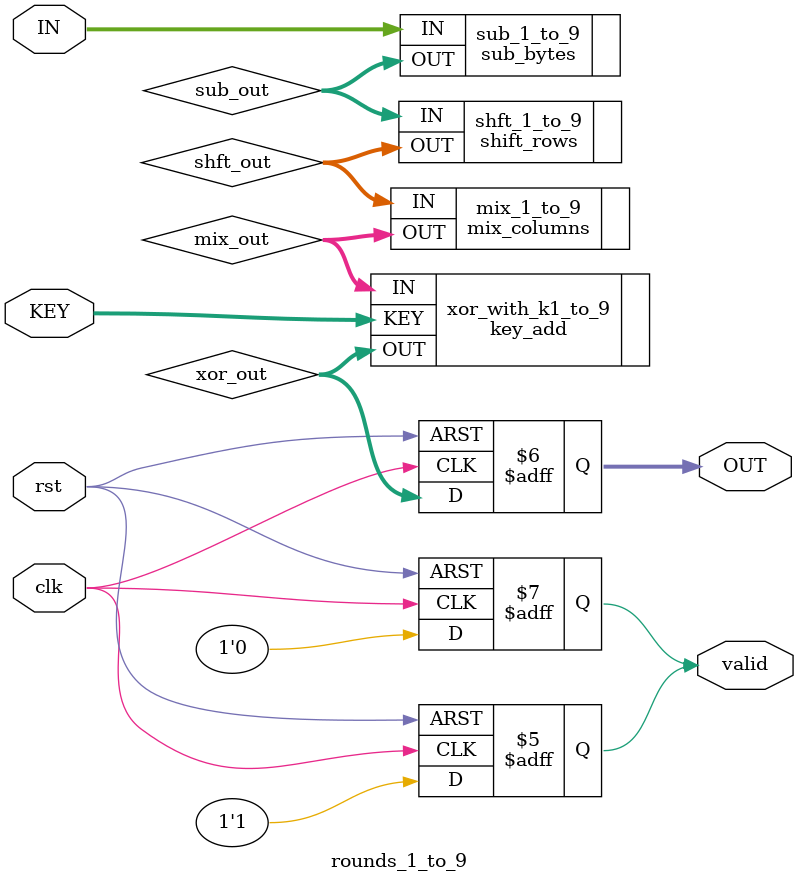
<source format=v>
module rounds_1_to_9 #(parameter BLOCK_LENGTH = 128)
(
    input                         clk,
    input                         rst,  
    input      [BLOCK_LENGTH-1:0] IN,
    input      [BLOCK_LENGTH-1:0] KEY,
    output reg [BLOCK_LENGTH-1:0] OUT,
    output reg                    valid
);



wire [127:0] sub_out;
wire [127:0] shft_out;
wire [127:0] mix_out;
wire [127:0] xor_out;



sub_bytes   sub_1_to_9       (.IN(IN), .OUT(sub_out));

shift_rows  shft_1_to_9      (.IN(sub_out), .OUT(shft_out));

mix_columns mix_1_to_9       (.IN(shft_out), .OUT(mix_out));

key_add     xor_with_k1_to_9 (.IN(mix_out), .KEY(KEY), .OUT(xor_out)); 






always@(posedge clk or negedge rst)
begin

    valid <= 1'b0;
    if(!rst)
    begin
        OUT <= 128'b0;
    end

    else
    begin
        OUT <= xor_out;
    end
    
end


always@(negedge clk or negedge rst)
begin
    if(!rst)
    begin
        valid <= 1'b0;
    end

    else
    begin
        valid <= 1'b1;
    end
    
end




endmodule
</source>
